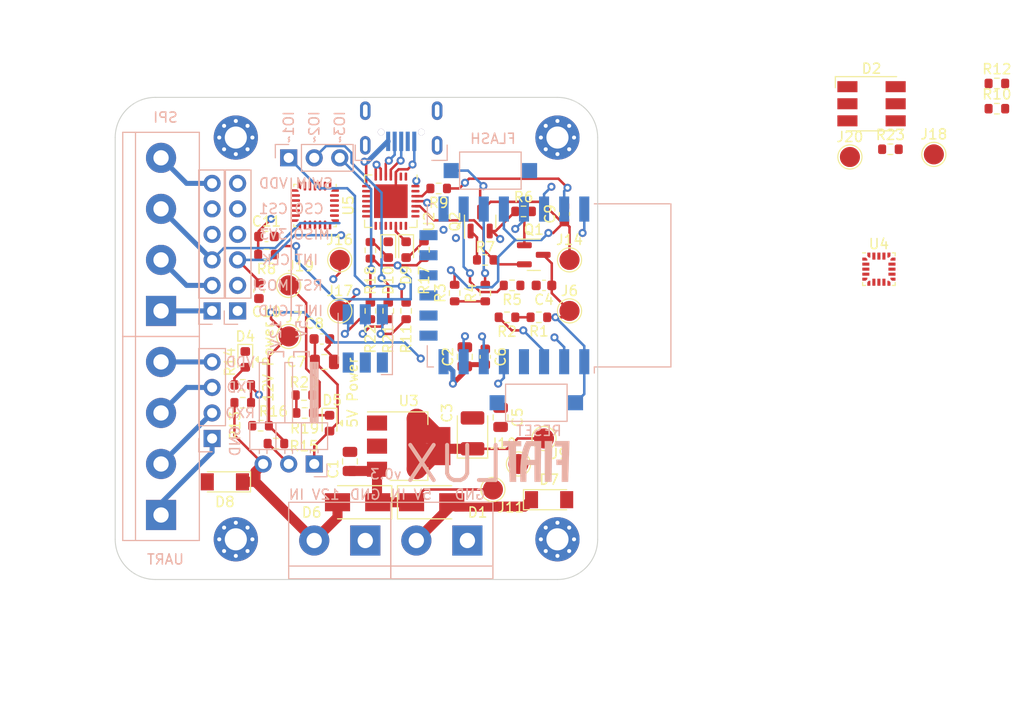
<source format=kicad_pcb>
(kicad_pcb (version 20211014) (generator pcbnew)

  (general
    (thickness 1.76)
  )

  (paper "A4")
  (layers
    (0 "F.Cu" signal)
    (1 "In1.Cu" signal)
    (2 "In2.Cu" signal)
    (31 "B.Cu" signal)
    (32 "B.Adhes" user "B.Adhesive")
    (33 "F.Adhes" user "F.Adhesive")
    (34 "B.Paste" user)
    (35 "F.Paste" user)
    (36 "B.SilkS" user "B.Silkscreen")
    (37 "F.SilkS" user "F.Silkscreen")
    (38 "B.Mask" user)
    (39 "F.Mask" user)
    (40 "Dwgs.User" user "User.Drawings")
    (41 "Cmts.User" user "User.Comments")
    (42 "Eco1.User" user "User.Eco1")
    (43 "Eco2.User" user "User.Eco2")
    (44 "Edge.Cuts" user)
    (45 "Margin" user)
    (46 "B.CrtYd" user "B.Courtyard")
    (47 "F.CrtYd" user "F.Courtyard")
    (48 "B.Fab" user)
    (49 "F.Fab" user)
  )

  (setup
    (stackup
      (layer "F.SilkS" (type "Top Silk Screen"))
      (layer "F.Paste" (type "Top Solder Paste"))
      (layer "F.Mask" (type "Top Solder Mask") (color "Black") (thickness 0.01))
      (layer "F.Cu" (type "copper") (thickness 0.035))
      (layer "dielectric 1" (type "core") (thickness 0.4) (material "FR4") (epsilon_r 4.5) (loss_tangent 0.02))
      (layer "In1.Cu" (type "copper") (thickness 0.035))
      (layer "dielectric 2" (type "prepreg") (thickness 0.8) (material "FR4") (epsilon_r 4.5) (loss_tangent 0.02))
      (layer "In2.Cu" (type "copper") (thickness 0.035))
      (layer "dielectric 3" (type "core") (thickness 0.4) (material "FR4") (epsilon_r 4.5) (loss_tangent 0.02))
      (layer "B.Cu" (type "copper") (thickness 0.035))
      (layer "B.Mask" (type "Bottom Solder Mask") (color "Black") (thickness 0.01))
      (layer "B.Paste" (type "Bottom Solder Paste"))
      (layer "B.SilkS" (type "Bottom Silk Screen"))
      (copper_finish "None")
      (dielectric_constraints no)
    )
    (pad_to_mask_clearance 0)
    (pcbplotparams
      (layerselection 0x00010fc_ffffffff)
      (disableapertmacros false)
      (usegerberextensions false)
      (usegerberattributes true)
      (usegerberadvancedattributes true)
      (creategerberjobfile true)
      (svguseinch false)
      (svgprecision 6)
      (excludeedgelayer true)
      (plotframeref false)
      (viasonmask false)
      (mode 1)
      (useauxorigin false)
      (hpglpennumber 1)
      (hpglpenspeed 20)
      (hpglpendiameter 15.000000)
      (dxfpolygonmode true)
      (dxfimperialunits true)
      (dxfusepcbnewfont true)
      (psnegative false)
      (psa4output false)
      (plotreference true)
      (plotvalue true)
      (plotinvisibletext false)
      (sketchpadsonfab false)
      (subtractmaskfromsilk false)
      (outputformat 1)
      (mirror false)
      (drillshape 0)
      (scaleselection 1)
      (outputdirectory "gen")
    )
  )

  (net 0 "")
  (net 1 "GND")
  (net 2 "/Power/LDO_IN")
  (net 3 "+3V3")
  (net 4 "nRST")
  (net 5 "+5V")
  (net 6 "Net-(D12-Pad4)")
  (net 7 "Net-(D12-Pad5)")
  (net 8 "Net-(D4-Pad2)")
  (net 9 "SEN_5V")
  (net 10 "+12V")
  (net 11 "VOUT")
  (net 12 "TXD0")
  (net 13 "RXD0")
  (net 14 "SCLK")
  (net 15 "MOSI")
  (net 16 "ADC")
  (net 17 "RTS")
  (net 18 "DTR")
  (net 19 "EN")
  (net 20 "Net-(R9-Pad2)")
  (net 21 "SEN_12V")
  (net 22 "Net-(D12-Pad6)")
  (net 23 "CS0")
  (net 24 "GPIO1")
  (net 25 "FLSH")
  (net 26 "Net-(Q1-Pad1)")
  (net 27 "Net-(Q2-Pad1)")
  (net 28 "Net-(D9-Pad2)")
  (net 29 "/TXLED")
  (net 30 "Net-(D10-Pad2)")
  (net 31 "/RXLED")
  (net 32 "GPIO2")
  (net 33 "GPIO3")
  (net 34 "/Ext-IO/INIT_{IN}")
  (net 35 "SWIM")
  (net 36 "/Ext-IO/INIT_{OUT}")
  (net 37 "~{BUSRST}")
  (net 38 "~{INT}")
  (net 39 "MISO")
  (net 40 "Net-(R19-Pad1)")
  (net 41 "unconnected-(U1-Pad14)")
  (net 42 "unconnected-(U1-Pad13)")
  (net 43 "unconnected-(U1-Pad12)")
  (net 44 "unconnected-(U1-Pad11)")
  (net 45 "unconnected-(U1-Pad10)")
  (net 46 "unconnected-(U1-Pad9)")
  (net 47 "unconnected-(U1-Pad4)")
  (net 48 "unconnected-(U2-Pad2)")
  (net 49 "unconnected-(U2-Pad1)")
  (net 50 "unconnected-(U4-Pad2)")
  (net 51 "Net-(D2-Pad4)")
  (net 52 "Net-(D2-Pad5)")
  (net 53 "unconnected-(U4-Pad8)")
  (net 54 "unconnected-(U4-Pad9)")
  (net 55 "unconnected-(U2-Pad9)")
  (net 56 "unconnected-(U2-Pad27)")
  (net 57 "unconnected-(U2-Pad23)")
  (net 58 "unconnected-(U2-Pad22)")
  (net 59 "unconnected-(U2-Pad21)")
  (net 60 "unconnected-(U2-Pad20)")
  (net 61 "unconnected-(U2-Pad17)")
  (net 62 "unconnected-(U2-Pad16)")
  (net 63 "unconnected-(U2-Pad15)")
  (net 64 "unconnected-(U2-Pad14)")
  (net 65 "unconnected-(U2-Pad13)")
  (net 66 "unconnected-(U2-Pad12)")
  (net 67 "unconnected-(U2-Pad11)")
  (net 68 "unconnected-(U2-Pad10)")
  (net 69 "unconnected-(J13-Pad5)")
  (net 70 "unconnected-(J1-Pad4)")
  (net 71 "Net-(J1-Pad3)")
  (net 72 "Net-(J1-Pad2)")
  (net 73 "unconnected-(U4-Pad1)")
  (net 74 "Net-(D2-Pad6)")
  (net 75 "unconnected-(U4-Pad5)")
  (net 76 "unconnected-(U4-Pad6)")
  (net 77 "unconnected-(U4-Pad7)")
  (net 78 "unconnected-(U4-Pad10)")
  (net 79 "unconnected-(U4-Pad11)")
  (net 80 "SWDIO")
  (net 81 "SWCLK")
  (net 82 "unconnected-(U4-Pad14)")
  (net 83 "unconnected-(U4-Pad15)")
  (net 84 "unconnected-(U4-Pad16)")
  (net 85 "unconnected-(U4-Pad17)")
  (net 86 "unconnected-(U4-Pad18)")
  (net 87 "unconnected-(U4-Pad19)")
  (net 88 "unconnected-(U4-Pad20)")
  (net 89 "SIG_R")
  (net 90 "SIG_G")
  (net 91 "SIG_B")
  (net 92 "unconnected-(U5-Pad1)")
  (net 93 "unconnected-(U5-Pad2)")
  (net 94 "/Frontseat_stm32g031g/~{RST}")
  (net 95 "/Frontseat_stm32g031g/LED_CLOCK")
  (net 96 "/Frontseat_stm32g031g/PWM_2")
  (net 97 "/Frontseat_stm32g031g/PWM_3")
  (net 98 "/Frontseat_stm32g031g/PWM_4")
  (net 99 "/Frontseat_stm32g031g/LED_DATA")
  (net 100 "/Frontseat_stm32g031g/PWM_1")
  (net 101 "/Frontseat_stm32g031g/ADC_6")
  (net 102 "/Frontseat_stm32g031g/ADC_7")
  (net 103 "unconnected-(U5-Pad16)")
  (net 104 "unconnected-(U5-Pad18)")
  (net 105 "unconnected-(U5-Pad19)")
  (net 106 "/Frontseat_stm32g031g/~{INT}")
  (net 107 "/Frontseat_stm32g031g/SCLK")
  (net 108 "/Frontseat_stm32g031g/MISO")
  (net 109 "/Frontseat_stm32g031g/MOSI")
  (net 110 "/Frontseat_stm32g031g/INIT_{IN}")
  (net 111 "/Frontseat_stm32g031g/INIT_{OUT}")
  (net 112 "unconnected-(U5-Pad28)")

  (footprint "Capacitor_SMD:C_0805_2012Metric" (layer "F.Cu") (at 54.356 63.246 90))

  (footprint "Capacitor_Tantalum_SMD:CP_EIA-3528-21_Kemet-B" (layer "F.Cu") (at 66.548 60.452 90))

  (footprint "Capacitor_SMD:C_0603_1608Metric" (layer "F.Cu") (at 73.66 45.72 180))

  (footprint "Capacitor_SMD:C_0805_2012Metric" (layer "F.Cu") (at 69.342 58.862 -90))

  (footprint "Capacitor_SMD:C_0603_1608Metric" (layer "F.Cu") (at 67.818 52.832 90))

  (footprint "Capacitor_SMD:C_0805_2012Metric" (layer "F.Cu") (at 51.816 53.34))

  (footprint "Diode_SMD:D_SMA" (layer "F.Cu") (at 62.484 67.31))

  (footprint "Diode_SMD:D_SMA" (layer "F.Cu") (at 55.118 67.31 180))

  (footprint "Diode_SMD:D_MiniMELF" (layer "F.Cu") (at 74.168 67.056))

  (footprint "Diode_SMD:D_MiniMELF" (layer "F.Cu") (at 41.91 65.278 180))

  (footprint "MountingHole:MountingHole_2.2mm_M2_Pad_Via" (layer "F.Cu") (at 75 31))

  (footprint "MountingHole:MountingHole_2.2mm_M2_Pad_Via" (layer "F.Cu") (at 43 31))

  (footprint "MountingHole:MountingHole_2.2mm_M2_Pad_Via" (layer "F.Cu") (at 43 71))

  (footprint "MountingHole:MountingHole_2.2mm_M2_Pad_Via" (layer "F.Cu") (at 75 71))

  (footprint "TestPoint:TestPoint_Pad_D2.0mm" (layer "F.Cu") (at 76.2 48.26))

  (footprint "TestPoint:TestPoint_Pad_D2.0mm" (layer "F.Cu") (at 48.26 50.8))

  (footprint "TestPoint:TestPoint_Pad_D2.0mm" (layer "F.Cu") (at 73.66 60.96))

  (footprint "TestPoint:TestPoint_Pad_D2.0mm" (layer "F.Cu") (at 71.12 63.5))

  (footprint "TestPoint:TestPoint_Pad_D2.0mm" (layer "F.Cu") (at 68.58 66.04))

  (footprint "Resistor_SMD:R_0603_1608Metric" (layer "F.Cu") (at 73.152 48.895))

  (footprint "Resistor_SMD:R_0603_1608Metric" (layer "F.Cu") (at 69.977 48.895 180))

  (footprint "Resistor_SMD:R_0603_1608Metric" (layer "F.Cu") (at 64.77 46.482 90))

  (footprint "Resistor_SMD:R_0603_1608Metric" (layer "F.Cu") (at 67.818 46.482 90))

  (footprint "Resistor_SMD:R_0603_1608Metric" (layer "F.Cu") (at 70.485 45.72 180))

  (footprint "Resistor_SMD:R_0603_1608Metric" (layer "F.Cu") (at 71.628 38.354))

  (footprint "Resistor_SMD:R_0603_1608Metric" (layer "F.Cu") (at 67.818 43.18 180))

  (footprint "Resistor_SMD:R_0603_1608Metric" (layer "F.Cu") (at 46.99 61.468 180))

  (footprint "Resistor_SMD:R_0603_1608Metric" (layer "F.Cu") (at 45.466 59.69))

  (footprint "Package_DFN_QFN:QFN-28-1EP_5x5mm_P0.5mm_EP3.35x3.35mm" (layer "F.Cu") (at 58.42 37.338 -90))

  (footprint "Package_TO_SOT_SMD:SOT-223-3_TabPin2" (layer "F.Cu") (at 60.198 61.722))

  (footprint "Resistor_SMD:R_0603_1608Metric" (layer "F.Cu") (at 63.183 36.068 180))

  (footprint "Capacitor_SMD:C_0805_2012Metric" (layer "F.Cu") (at 65.786 52.832 90))

  (footprint "Capacitor_SMD:C_0603_1608Metric" (layer "F.Cu") (at 75.692 38.608 90))

  (footprint "TestPoint:TestPoint_Pad_D2.0mm" (layer "F.Cu") (at 76.2 43.18))

  (footprint "Package_TO_SOT_SMD:SOT-23" (layer "F.Cu") (at 72.644 42.672))

  (footprint "Package_TO_SOT_SMD:SOT-23" (layer "F.Cu") (at 67.31 39.37 90))

  (footprint "LED_SMD:LED_0603_1608Metric" (layer "F.Cu") (at 58.166 42.164 -90))

  (footprint "Resistor_SMD:R_0603_1608Metric" (layer "F.Cu") (at 61.722 42.164 -90))

  (footprint "Resistor_SMD:R_0603_1608Metric" (layer "F.Cu") (at 56.388 42.227 -90))

  (footprint "LED_SMD:LED_0603_1608Metric" (layer "F.Cu") (at 59.944 42.164 -90))

  (footprint "Capacitor_SMD:C_0603_1608Metric" (layer "F.Cu") (at 51.562 51.054))

  (footprint "TestPoint:TestPoint_Pad_D2.0mm" (layer "F.Cu") (at 48.26 45.72))

  (footprint "Resistor_SMD:R_0603_1608Metric" (layer "F.Cu") (at 49.784 56.642 180))

  (footprint "Resistor_SMD:R_0603_1608Metric" (layer "F.Cu") (at 59.944 48.26 90))

  (footprint "LED_SMD:LED_RGB_5050-6" (layer "F.Cu") (at 106.2482 27.6352))

  (footprint "Package_DFN_QFN:QFN-28_4x4mm_P0.5mm" (layer "F.Cu") (at 50.8762 37.7698 -90))

  (footprint "Resistor_SMD:R_0603_1608Metric" (layer "F.Cu") (at 43.688 57.404 180))

  (footprint "TestPoint:TestPoint_Pad_D2.0mm" (layer "F.Cu") (at 53.34 48.26))

  (footprint "LED_SMD:LED_0603_1608Metric" (layer "F.Cu") (at 43.942 53.086 -90))

  (footprint "Resistor_SMD:R_0603_1608Metric" (layer "F.Cu") (at 118.7182 25.6152))

  (footprint "Resistor_SMD:R_0603_1608Metric" (layer "F.Cu") (at 118.7182 28.1252))

  (footprint "TestPoint:TestPoint_Pad_D2.0mm" (layer "F.Cu") (at 104.0982 32.9352))

  (footprint "Capacitor_SMD:C_0603_1608Metric" (layer "F.Cu") (at 46.05 40.85))

  (footprint "Capacitor_SMD:C_0603_1608Metric" (layer "F.Cu") (at 45.3 46.25 -90))

  (footprint "Resistor_SMD:R_0603_1608Metric" (layer "F.Cu") (at 43.688 55.626))

  (footprint "Resistor_SMD:R_0603_1608Metric" (layer "F.Cu") (at 46.05 42.65 180))

  (footprint "LED_SMD:LED_0603_1608Metric" (layer "F.Cu") (at 52.324 59.436 -90))

  (footprint "Resistor_SMD:R_0603_1608Metric" (layer "F.Cu") (at 49.847 58.42))

  (footprint "Resistor_SMD:R_0603_1608Metric" (layer "F.Cu") (at 108.1282 32.1652))

  (footprint "Resistor_SMD:R_0603_1608Metric" (layer "F.Cu") (at 58.166 48.26 90))

  (footprint "TestPoint:TestPoint_Pad_D2.0mm" (layer "F.Cu") (at 112.4482 32.6752))

  (footprint "Package_DFN_QFN:ST_UFQFPN-20_3x3mm_P0.5mm" (layer "F.Cu")
    (tedit 5BA58892) (tstamp c86d86b1-13ec-4ae8-b257-2ae6625f9416)
    (at 106.9806 44.1024)
    (descr "UFQFPN 20-lead, 3 x 3 mm, 0.5 mm pitch, ultra thin fine pitch quad flat package (http://www.st.com/resource/en/datasheet/stm8s003f3.pdf)")
    (tags "UFQFPN 0.5")
    (property "LCSC" "C329283")
    (property "Sheetfile" "onboard_bus_node.kicad_sch")
    (property "Sheetname" "Ext-IO")
    (path "/704d02d9-6cb6-48ad-b961-61eafd0de7c6/95a378f0-32a4-4207-99cd-5728b8025aaf")
    (attr smd)
    (fp_text reference "U4" (at 0 -2.5) (layer "F.SilkS")
      (effects (font (size 1 1) (thickness 0.15)))
      (tstamp 0b8e0559-a6de-4f59-8a5f-cdb1b7b7c00e)
    )
    (fp_text value "STM32L011F4Ux" (at 0 2.5) (layer "F.Fab")
      (effects (font (size 1 1) (thickness 0.15)))
      (tstamp fe1ca1fa-9956-4796-9165-decbb3da31a4)
    )
    (fp_text user "${REFERENCE}" (at 0 0) (layer "F.Fab")
      (effects (font (size 0.7 0.7) (thickness 0.1)))
      (tstamp b3c918e5-11d2-4a04-a869-85cc2e50dd0b)
    )
    (fp_line (start 1.62 1.62) (end 1.32 1.62) (layer "F.SilkS") (width 0.12) (tstamp 14a30b6e-09a9-47fd-9333-5987a4afa53c))
    (fp_line (start -1.62 -1.62) (end -1.32 -1.62) (layer "F.SilkS") (width 0.12) (tstamp 25e3e8a8-0bd0-4717-9012-e364927dc0eb))
    (fp_line (start -1.62 1.62) (end -1.62 1.32) (layer "F.SilkS") (width 0.12) (tstamp 378b276b-ac88-424c-955d-ffc24ec7501c))
    (fp_line (start 1.62 -1.62) (end 1.62 -1.32) (layer "F.SilkS") (width 0.12) (tstamp b9732c26-539d-4408-a6a0-ecf139dfb81d))
    (fp_line (start 1.62 -1.62) (end 1.32 -1.62) (layer "F.SilkS") (width 0.12) (tstamp c3753dac-3d8e-4eab-8fc8-8582f264f39f))
    (fp_line (start -1.62 1.62) (end -1.32 1.62) (layer "F.SilkS") (width 0.12) (tstamp dcb83e42-82bd-44f0-a60e-9b4e96e8457
... [184743 chars truncated]
</source>
